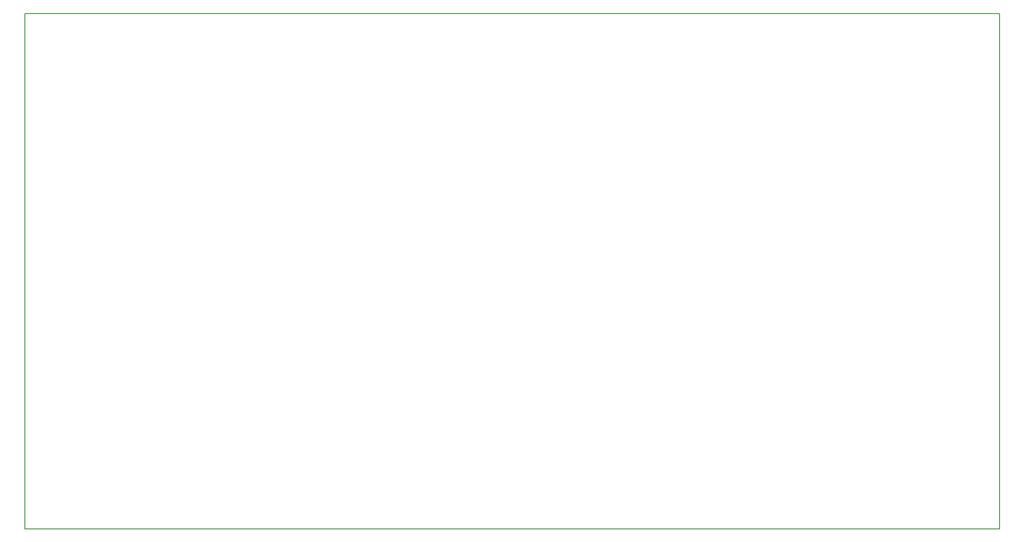
<source format=gbr>
G04 #@! TF.FileFunction,Profile,NP*
%FSLAX46Y46*%
G04 Gerber Fmt 4.6, Leading zero omitted, Abs format (unit mm)*
G04 Created by KiCad (PCBNEW no-vcs-found-product) date Thu Sep 29 15:35:14 2016*
%MOMM*%
%LPD*%
G01*
G04 APERTURE LIST*
%ADD10C,0.050000*%
%ADD11C,0.150000*%
G04 APERTURE END LIST*
D10*
D11*
X57150000Y-144272000D02*
X57150000Y-47752000D01*
X239522000Y-144272000D02*
X57150000Y-144272000D01*
X239522000Y-47752000D02*
X239522000Y-144272000D01*
X57150000Y-47752000D02*
X239522000Y-47752000D01*
M02*

</source>
